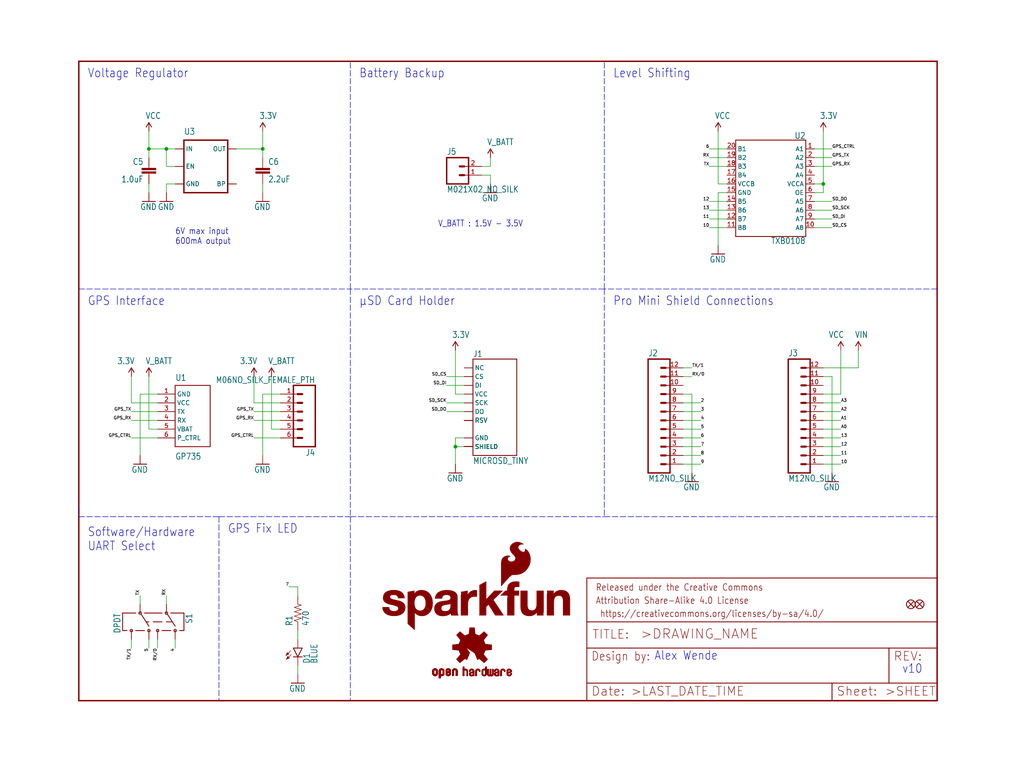
<source format=kicad_sch>
(kicad_sch (version 20211123) (generator eeschema)
  (paper "User" 297.002 223.926)
  (lib_symbols
    (symbol "eagleSchem-eagle-import:1.0UF-25V-+80{slash}-20(0805){dblquote}"
      (property "Reference" "C" (at 1.524 2.921 0))
      (property "Value" "1.0UF-25V-+80{slash}-20(0805){dblquote}" (at 1.524 -2.159 0))
      (symbol "1.0UF-25V-+80{slash}-20(0805){dblquote}_1_0"
        (pin passive line (at 0 5.08 270) (length 2.54) (name "1") (number "1"))
        (pin passive line (at 0 -2.54 90) (length 2.54) (name "2") (number "2"))
      )
    )
    (symbol "eagleSchem-eagle-import:2.2UF-10V-20%(0603)"
      (property "Reference" "C" (at 1.524 2.921 0))
      (property "Value" "2.2UF-10V-20%(0603)" (at 1.524 -2.159 0))
      (symbol "2.2UF-10V-20%(0603)_1_0"
        (pin passive line (at 0 5.08 270) (length 2.54) (name "1") (number "1"))
        (pin passive line (at 0 -2.54 90) (length 2.54) (name "2") (number "2"))
      )
    )
    (symbol "eagleSchem-eagle-import:3.3V" (power)
      (property "Value" "3.3V" (at -1.016 3.556 0))
      (symbol "3.3V_1_0"
        (pin power_in line (at 0 0 90) (length 2.54) (name "3.3V") (number "1"))
      )
    )
    (symbol "eagleSchem-eagle-import:470OHM1{slash}10W1%(0603)"
      (property "Reference" "R" (at -3.81 1.4986 0))
      (property "Value" "470OHM1{slash}10W1%(0603)" (at -3.81 -3.302 0))
      (symbol "470OHM1{slash}10W1%(0603)_1_0"
        (pin passive line (at -5.08 0 0) (length 2.54) (name "1") (number "1"))
        (pin passive line (at 5.08 0 180) (length 2.54) (name "2") (number "2"))
      )
    )
    (symbol "eagleSchem-eagle-import:FIDUCIALUFIDUCIAL")
    (symbol "eagleSchem-eagle-import:FRAME-LETTER"
      (symbol "FRAME-LETTER_2_0"
        (text " https://creativecommons.org/licenses/by-sa/4.0/" (at 2.54 24.13 0) (effects (font (size 1.9304 1.6408)) (justify left bottom)))
        (text ">DRAWING_NAME" (at 15.494 17.78 0) (effects (font (size 2.7432 2.7432)) (justify left bottom)))
        (text ">LAST_DATE_TIME" (at 12.7 1.27 0) (effects (font (size 2.54 2.54)) (justify left bottom)))
        (text ">SHEET" (at 86.36 1.27 0) (effects (font (size 2.54 2.54)) (justify left bottom)))
        (text "Attribution Share-Alike 4.0 License" (at 2.54 27.94 0) (effects (font (size 1.9304 1.6408)) (justify left bottom)))
        (text "Date:" (at 1.27 1.27 0) (effects (font (size 2.54 2.54)) (justify left bottom)))
        (text "Design by:" (at 1.27 11.43 0) (effects (font (size 2.54 2.159)) (justify left bottom)))
        (text "Released under the Creative Commons" (at 2.54 31.75 0) (effects (font (size 1.9304 1.6408)) (justify left bottom)))
        (text "REV:" (at 88.9 11.43 0) (effects (font (size 2.54 2.54)) (justify left bottom)))
        (text "Sheet:" (at 72.39 1.27 0) (effects (font (size 2.54 2.54)) (justify left bottom)))
        (text "TITLE:" (at 1.524 17.78 0) (effects (font (size 2.54 2.54)) (justify left bottom)))
      )
    )
    (symbol "eagleSchem-eagle-import:GND" (power)
      (property "Value" "GND" (at -2.54 -2.54 0))
      (symbol "GND_1_0"
        (pin power_in line (at 0 2.54 270) (length 2.54) (name "GND") (number "1"))
      )
    )
    (symbol "eagleSchem-eagle-import:GP735"
      (property "Reference" "U" (at -7.62 8.89 0))
      (property "Value" "GP735" (at -7.62 -13.97 0))
      (symbol "GP735_1_0"
        (pin bidirectional line (at -12.7 5.08 0) (length 5.08) (name "GND") (number "1"))
        (pin bidirectional line (at -12.7 2.54 0) (length 5.08) (name "VCC") (number "2"))
        (pin bidirectional line (at -12.7 0 0) (length 5.08) (name "TX") (number "3"))
        (pin bidirectional line (at -12.7 -2.54 0) (length 5.08) (name "RX") (number "4"))
        (pin bidirectional line (at -12.7 -5.08 0) (length 5.08) (name "VBAT") (number "5"))
        (pin bidirectional line (at -12.7 -7.62 0) (length 5.08) (name "P_CTRL") (number "6"))
      )
    )
    (symbol "eagleSchem-eagle-import:LED-BLUE0603"
      (property "Reference" "D" (at 3.556 -4.572 90))
      (property "Value" "LED-BLUE0603" (at 5.715 -4.572 90))
      (symbol "LED-BLUE0603_1_0"
        (pin passive line (at 0 2.54 270) (length 2.54) (name "A") (number "A"))
        (pin passive line (at 0 -5.08 90) (length 2.54) (name "C") (number "C"))
      )
    )
    (symbol "eagleSchem-eagle-import:M021X02_NO_SILK"
      (property "Reference" "J" (at -2.54 5.842 0))
      (property "Value" "M021X02_NO_SILK" (at -2.54 -5.08 0))
      (symbol "M021X02_NO_SILK_1_0"
        (pin passive line (at 7.62 0 180) (length 5.08) (name "1") (number "1"))
        (pin passive line (at 7.62 2.54 180) (length 5.08) (name "2") (number "2"))
      )
    )
    (symbol "eagleSchem-eagle-import:M06NO_SILK_FEMALE_PTH"
      (property "Reference" "J" (at -5.08 10.922 0))
      (property "Value" "M06NO_SILK_FEMALE_PTH" (at -5.08 -10.16 0))
      (symbol "M06NO_SILK_FEMALE_PTH_1_0"
        (pin passive line (at 5.08 -5.08 180) (length 5.08) (name "1") (number "1"))
        (pin passive line (at 5.08 -2.54 180) (length 5.08) (name "2") (number "2"))
        (pin passive line (at 5.08 0 180) (length 5.08) (name "3") (number "3"))
        (pin passive line (at 5.08 2.54 180) (length 5.08) (name "4") (number "4"))
        (pin passive line (at 5.08 5.08 180) (length 5.08) (name "5") (number "5"))
        (pin passive line (at 5.08 7.62 180) (length 5.08) (name "6") (number "6"))
      )
    )
    (symbol "eagleSchem-eagle-import:M12NO_SILK"
      (property "Reference" "J" (at 0 16.002 0))
      (property "Value" "M12NO_SILK" (at 0 -20.32 0))
      (symbol "M12NO_SILK_1_0"
        (pin passive line (at 10.16 -15.24 180) (length 5.08) (name "1") (number "1"))
        (pin passive line (at 10.16 7.62 180) (length 5.08) (name "10") (number "10"))
        (pin passive line (at 10.16 10.16 180) (length 5.08) (name "11") (number "11"))
        (pin passive line (at 10.16 12.7 180) (length 5.08) (name "12") (number "12"))
        (pin passive line (at 10.16 -12.7 180) (length 5.08) (name "2") (number "2"))
        (pin passive line (at 10.16 -10.16 180) (length 5.08) (name "3") (number "3"))
        (pin passive line (at 10.16 -7.62 180) (length 5.08) (name "4") (number "4"))
        (pin passive line (at 10.16 -5.08 180) (length 5.08) (name "5") (number "5"))
        (pin passive line (at 10.16 -2.54 180) (length 5.08) (name "6") (number "6"))
        (pin passive line (at 10.16 0 180) (length 5.08) (name "7") (number "7"))
        (pin passive line (at 10.16 2.54 180) (length 5.08) (name "8") (number "8"))
        (pin passive line (at 10.16 5.08 180) (length 5.08) (name "9") (number "9"))
      )
    )
    (symbol "eagleSchem-eagle-import:MICROSD_TINY"
      (property "Reference" "U" (at -2.54 15.748 0))
      (property "Value" "MICROSD_TINY" (at -2.54 -15.24 0))
      (symbol "MICROSD_TINY_1_0"
        (pin bidirectional line (at -5.08 -2.54 0) (length 2.54) (name "RSV") (number "1"))
        (pin bidirectional line (at -5.08 10.16 0) (length 2.54) (name "CS") (number "2"))
        (pin bidirectional line (at -5.08 7.62 0) (length 2.54) (name "DI") (number "3"))
        (pin bidirectional line (at -5.08 5.08 0) (length 2.54) (name "VCC") (number "4"))
        (pin bidirectional line (at -5.08 2.54 0) (length 2.54) (name "SCK") (number "5"))
        (pin bidirectional line (at -5.08 -7.62 0) (length 2.54) (name "GND") (number "6"))
        (pin bidirectional line (at -5.08 0 0) (length 2.54) (name "DO") (number "7"))
        (pin bidirectional line (at -5.08 -2.54 0) (length 2.54) (name "RSV") (number "8"))
        (pin bidirectional line (at -5.08 12.7 0) (length 2.54) (name "NC") (number "9"))
        (pin bidirectional line (at -5.08 -10.16 0) (length 2.54) (name "SHIELD") (number "GND1"))
        (pin bidirectional line (at -5.08 -10.16 0) (length 2.54) (name "SHIELD") (number "GND2"))
        (pin bidirectional line (at -5.08 -10.16 0) (length 2.54) (name "SHIELD") (number "GND3"))
        (pin bidirectional line (at -5.08 -10.16 0) (length 2.54) (name "SHIELD") (number "GND4"))
        (pin bidirectional line (at -5.08 -10.16 0) (length 2.54) (name "SHIELD") (number "GND5"))
        (pin bidirectional line (at -5.08 -10.16 0) (length 2.54) (name "SHIELD") (number "GND6"))
      )
    )
    (symbol "eagleSchem-eagle-import:OSHW-LOGOS")
    (symbol "eagleSchem-eagle-import:SFE_LOGO_FLAME.1_INCH")
    (symbol "eagleSchem-eagle-import:SFE_LOGO_NAME.1_INCH")
    (symbol "eagleSchem-eagle-import:SWITCH-DPDTAYZ0202"
      (property "Reference" "S" (at -2.54 8.128 0))
      (property "Value" "SWITCH-DPDTAYZ0202" (at -2.54 -12.7 0))
      (symbol "SWITCH-DPDTAYZ0202_1_0"
        (pin bidirectional line (at 5.08 5.08 180) (length 2.54) (name "1") (number "1"))
        (pin bidirectional line (at -5.08 2.54 0) (length 2.54) (name "2") (number "2"))
        (pin bidirectional line (at 5.08 0 180) (length 2.54) (name "3") (number "3"))
        (pin bidirectional line (at 5.08 -2.54 180) (length 2.54) (name "4") (number "4"))
        (pin bidirectional line (at -5.08 -5.08 0) (length 2.54) (name "5") (number "5"))
        (pin bidirectional line (at 5.08 -7.62 180) (length 2.54) (name "6") (number "6"))
      )
    )
    (symbol "eagleSchem-eagle-import:TXB0108"
      (property "Reference" "U" (at -10.16 13.97 0))
      (property "Value" "TXB0108" (at -10.16 -16.51 0))
      (symbol "TXB0108_1_0"
        (pin bidirectional line (at -12.7 10.16 0) (length 2.54) (name "A1") (number "1"))
        (pin bidirectional line (at -12.7 -12.7 0) (length 2.54) (name "A8") (number "10"))
        (pin bidirectional line (at 12.7 -12.7 180) (length 2.54) (name "B8") (number "11"))
        (pin bidirectional line (at 12.7 -10.16 180) (length 2.54) (name "B7") (number "12"))
        (pin bidirectional line (at 12.7 -7.62 180) (length 2.54) (name "B6") (number "13"))
        (pin bidirectional line (at 12.7 -5.08 180) (length 2.54) (name "B5") (number "14"))
        (pin bidirectional line (at 12.7 -2.54 180) (length 2.54) (name "GND") (number "15"))
        (pin bidirectional line (at 12.7 0 180) (length 2.54) (name "VCCB") (number "16"))
        (pin bidirectional line (at 12.7 2.54 180) (length 2.54) (name "B4") (number "17"))
        (pin bidirectional line (at 12.7 5.08 180) (length 2.54) (name "B3") (number "18"))
        (pin bidirectional line (at 12.7 7.62 180) (length 2.54) (name "B2") (number "19"))
        (pin bidirectional line (at -12.7 7.62 0) (length 2.54) (name "A2") (number "2"))
        (pin bidirectional line (at 12.7 10.16 180) (length 2.54) (name "B1") (number "20"))
        (pin bidirectional line (at -12.7 5.08 0) (length 2.54) (name "A3") (number "3"))
        (pin bidirectional line (at -12.7 2.54 0) (length 2.54) (name "A4") (number "4"))
        (pin bidirectional line (at -12.7 0 0) (length 2.54) (name "VCCA") (number "5"))
        (pin bidirectional line (at -12.7 -2.54 0) (length 2.54) (name "OE") (number "6"))
        (pin bidirectional line (at -12.7 -5.08 0) (length 2.54) (name "A5") (number "7"))
        (pin bidirectional line (at -12.7 -7.62 0) (length 2.54) (name "A6") (number "8"))
        (pin bidirectional line (at -12.7 -10.16 0) (length 2.54) (name "A7") (number "9"))
      )
    )
    (symbol "eagleSchem-eagle-import:VCC" (power)
      (property "Value" "VCC" (at -1.016 3.556 0))
      (symbol "VCC_1_0"
        (pin power_in line (at 0 0 90) (length 2.54) (name "VCC") (number "1"))
      )
    )
    (symbol "eagleSchem-eagle-import:VIN" (power)
      (property "Value" "VIN" (at -1.016 3.556 0))
      (symbol "VIN_1_0"
        (pin power_in line (at 0 0 90) (length 2.54) (name "VIN") (number "1"))
      )
    )
    (symbol "eagleSchem-eagle-import:V_BATT" (power)
      (property "Value" "V_BATT" (at -1.016 3.556 0))
      (symbol "V_BATT_1_0"
        (pin power_in line (at 0 0 90) (length 2.54) (name "V_BATT") (number "1"))
      )
    )
    (symbol "eagleSchem-eagle-import:V_REG_LDOSMD"
      (property "Reference" "U" (at -7.62 9.144 0))
      (property "Value" "V_REG_LDOSMD" (at -7.62 -11.43 0))
      (symbol "V_REG_LDOSMD_1_0"
        (pin input line (at -10.16 5.08 0) (length 2.54) (name "IN") (number "1"))
        (pin input line (at -10.16 -5.08 0) (length 2.54) (name "GND") (number "2"))
        (pin input line (at -10.16 0 0) (length 2.54) (name "EN") (number "3"))
        (pin input line (at 7.62 -5.08 180) (length 2.54) (name "BP") (number "4"))
        (pin passive line (at 7.62 5.08 180) (length 2.54) (name "OUT") (number "5"))
      )
    )
  )
  (junction (at 132.08 129.54))
  (junction (at 43.18 43.18))
  (junction (at 48.26 43.18))
  (junction (at 76.2 43.18))
  (junction (at 238.76 53.34))
  (wire (pts (xy 134.62 109.22) (xy 129.54 109.22)))
  (wire (pts (xy 238.76 53.34) (xy 238.76 38.1)))
  (wire (pts (xy 210.82 55.88) (xy 208.28 55.88)))
  (wire (pts (xy 238.76 106.68) (xy 248.92 106.68)))
  (wire (pts (xy 139.7 50.8) (xy 142.24 50.8)))
  (wire (pts (xy 236.22 45.72) (xy 241.3 45.72)))
  (wire (pts (xy 43.18 53.34) (xy 43.18 55.88)))
  (wire (pts (xy 198.12 116.84) (xy 203.2 116.84)))
  (polyline (pts (xy 175.26 149.86) (xy 271.78 149.86)))
  (wire (pts (xy 198.12 127) (xy 203.2 127)))
  (polyline (pts (xy 101.6 149.86) (xy 175.26 149.86)))
  (polyline (pts (xy 63.5 149.86) (xy 101.6 149.86)))
  (wire (pts (xy 45.72 185.42) (xy 45.72 187.96)))
  (wire (pts (xy 43.18 38.1) (xy 43.18 43.18)))
  (wire (pts (xy 132.08 114.3) (xy 132.08 101.6)))
  (wire (pts (xy 134.62 111.76) (xy 129.54 111.76)))
  (wire (pts (xy 238.76 114.3) (xy 243.84 114.3)))
  (wire (pts (xy 210.82 45.72) (xy 205.74 45.72)))
  (wire (pts (xy 86.36 182.88) (xy 86.36 185.42)))
  (wire (pts (xy 236.22 48.26) (xy 241.3 48.26)))
  (wire (pts (xy 236.22 43.18) (xy 241.3 43.18)))
  (wire (pts (xy 134.62 119.38) (xy 129.54 119.38)))
  (wire (pts (xy 210.82 60.96) (xy 205.74 60.96)))
  (wire (pts (xy 236.22 60.96) (xy 241.3 60.96)))
  (wire (pts (xy 210.82 43.18) (xy 205.74 43.18)))
  (wire (pts (xy 236.22 66.04) (xy 241.3 66.04)))
  (wire (pts (xy 210.82 58.42) (xy 205.74 58.42)))
  (wire (pts (xy 45.72 124.46) (xy 43.18 124.46)))
  (wire (pts (xy 43.18 124.46) (xy 43.18 109.22)))
  (wire (pts (xy 238.76 134.62) (xy 243.84 134.62)))
  (wire (pts (xy 198.12 106.68) (xy 200.66 106.68)))
  (polyline (pts (xy 271.78 83.82) (xy 175.26 83.82)))
  (wire (pts (xy 48.26 53.34) (xy 48.26 55.88)))
  (wire (pts (xy 198.12 129.54) (xy 203.2 129.54)))
  (wire (pts (xy 198.12 124.46) (xy 203.2 124.46)))
  (polyline (pts (xy 101.6 83.82) (xy 101.6 149.86)))
  (wire (pts (xy 208.28 55.88) (xy 208.28 71.12)))
  (polyline (pts (xy 175.26 83.82) (xy 101.6 83.82)))
  (wire (pts (xy 139.7 48.26) (xy 142.24 48.26)))
  (polyline (pts (xy 22.86 149.86) (xy 63.5 149.86)))
  (wire (pts (xy 210.82 63.5) (xy 205.74 63.5)))
  (wire (pts (xy 45.72 121.92) (xy 38.1 121.92)))
  (wire (pts (xy 238.76 127) (xy 243.84 127)))
  (polyline (pts (xy 22.86 83.82) (xy 101.6 83.82)))
  (polyline (pts (xy 175.26 83.82) (xy 175.26 17.78)))
  (wire (pts (xy 248.92 106.68) (xy 248.92 101.6)))
  (wire (pts (xy 45.72 116.84) (xy 38.1 116.84)))
  (wire (pts (xy 208.28 53.34) (xy 208.28 38.1)))
  (wire (pts (xy 45.72 119.38) (xy 38.1 119.38)))
  (wire (pts (xy 81.28 119.38) (xy 73.66 119.38)))
  (wire (pts (xy 50.8 185.42) (xy 50.8 187.96)))
  (wire (pts (xy 198.12 114.3) (xy 200.66 114.3)))
  (wire (pts (xy 238.76 55.88) (xy 238.76 53.34)))
  (polyline (pts (xy 101.6 149.86) (xy 101.6 203.2)))
  (polyline (pts (xy 101.6 83.82) (xy 101.6 17.78)))
  (wire (pts (xy 238.76 121.92) (xy 243.84 121.92)))
  (wire (pts (xy 198.12 119.38) (xy 203.2 119.38)))
  (wire (pts (xy 210.82 66.04) (xy 205.74 66.04)))
  (wire (pts (xy 76.2 114.3) (xy 76.2 132.08)))
  (wire (pts (xy 43.18 43.18) (xy 43.18 45.72)))
  (wire (pts (xy 81.28 121.92) (xy 73.66 121.92)))
  (wire (pts (xy 236.22 53.34) (xy 238.76 53.34)))
  (wire (pts (xy 236.22 58.42) (xy 241.3 58.42)))
  (wire (pts (xy 236.22 55.88) (xy 238.76 55.88)))
  (wire (pts (xy 76.2 38.1) (xy 76.2 43.18)))
  (wire (pts (xy 86.36 193.04) (xy 86.36 195.58)))
  (wire (pts (xy 76.2 43.18) (xy 76.2 45.72)))
  (wire (pts (xy 134.62 114.3) (xy 132.08 114.3)))
  (wire (pts (xy 142.24 48.26) (xy 142.24 45.72)))
  (wire (pts (xy 68.58 43.18) (xy 76.2 43.18)))
  (wire (pts (xy 238.76 116.84) (xy 243.84 116.84)))
  (wire (pts (xy 134.62 116.84) (xy 129.54 116.84)))
  (wire (pts (xy 45.72 127) (xy 38.1 127)))
  (wire (pts (xy 134.62 127) (xy 132.08 127)))
  (wire (pts (xy 132.08 129.54) (xy 132.08 134.62)))
  (wire (pts (xy 45.72 114.3) (xy 40.64 114.3)))
  (wire (pts (xy 243.84 114.3) (xy 243.84 101.6)))
  (wire (pts (xy 38.1 116.84) (xy 38.1 109.22)))
  (wire (pts (xy 50.8 53.34) (xy 48.26 53.34)))
  (wire (pts (xy 50.8 48.26) (xy 48.26 48.26)))
  (wire (pts (xy 40.64 175.26) (xy 40.64 172.72)))
  (wire (pts (xy 198.12 121.92) (xy 203.2 121.92)))
  (wire (pts (xy 241.3 109.22) (xy 241.3 137.16)))
  (wire (pts (xy 238.76 129.54) (xy 243.84 129.54)))
  (wire (pts (xy 81.28 124.46) (xy 78.74 124.46)))
  (wire (pts (xy 132.08 127) (xy 132.08 129.54)))
  (wire (pts (xy 78.74 124.46) (xy 78.74 109.22)))
  (wire (pts (xy 210.82 48.26) (xy 205.74 48.26)))
  (wire (pts (xy 43.18 185.42) (xy 43.18 187.96)))
  (wire (pts (xy 142.24 50.8) (xy 142.24 53.34)))
  (wire (pts (xy 198.12 134.62) (xy 203.2 134.62)))
  (wire (pts (xy 238.76 119.38) (xy 243.84 119.38)))
  (wire (pts (xy 76.2 55.88) (xy 76.2 53.34)))
  (polyline (pts (xy 22.86 147.32) (xy 22.86 149.86)))
  (wire (pts (xy 38.1 185.42) (xy 38.1 187.96)))
  (wire (pts (xy 81.28 114.3) (xy 76.2 114.3)))
  (wire (pts (xy 198.12 109.22) (xy 200.66 109.22)))
  (wire (pts (xy 48.26 48.26) (xy 48.26 43.18)))
  (wire (pts (xy 134.62 129.54) (xy 132.08 129.54)))
  (wire (pts (xy 73.66 116.84) (xy 73.66 109.22)))
  (wire (pts (xy 81.28 127) (xy 73.66 127)))
  (wire (pts (xy 198.12 132.08) (xy 203.2 132.08)))
  (wire (pts (xy 48.26 175.26) (xy 48.26 172.72)))
  (wire (pts (xy 238.76 109.22) (xy 241.3 109.22)))
  (wire (pts (xy 48.26 43.18) (xy 43.18 43.18)))
  (wire (pts (xy 81.28 116.84) (xy 73.66 116.84)))
  (polyline (pts (xy 63.5 149.86) (xy 63.5 203.2)))
  (wire (pts (xy 210.82 53.34) (xy 208.28 53.34)))
  (wire (pts (xy 86.36 170.18) (xy 83.82 170.18)))
  (wire (pts (xy 40.64 114.3) (xy 40.64 132.08)))
  (polyline (pts (xy 175.26 83.82) (xy 175.26 149.86)))
  (wire (pts (xy 86.36 172.72) (xy 86.36 170.18)))
  (wire (pts (xy 200.66 114.3) (xy 200.66 137.16)))
  (wire (pts (xy 238.76 124.46) (xy 243.84 124.46)))
  (wire (pts (xy 236.22 63.5) (xy 241.3 63.5)))
  (wire (pts (xy 50.8 43.18) (xy 48.26 43.18)))
  (wire (pts (xy 238.76 132.08) (xy 243.84 132.08)))
  (text "Alex Wende" (at 189.738 191.77 180) (effects (font (size 2.54 2.159)) (justify left bottom)))
  (text "GPS Fix LED" (at 66.04 154.94 180) (effects (font (size 2.54 2.159)) (justify left bottom)))
  (text "Pro Mini Shield Connections" (at 177.8 88.9 180) (effects (font (size 2.54 2.159)) (justify left bottom)))
  (text "GPS Interface" (at 25.4 88.9 180) (effects (font (size 2.54 2.159)) (justify left bottom)))
  (text "Voltage Regulator" (at 25.4 22.86 180) (effects (font (size 2.54 2.159)) (justify left bottom)))
  (text "Level Shifting" (at 177.8 22.86 180) (effects (font (size 2.54 2.159)) (justify left bottom)))
  (text "6V max input\n600mA output" (at 50.8 71.12 180) (effects (font (size 1.778 1.5113)) (justify left bottom)))
  (text "V_BATT : 1.5V - 3.5V" (at 127 66.04 180) (effects (font (size 1.778 1.5113)) (justify left bottom)))
  (text "v10" (at 261.62 195.58 180) (effects (font (size 2.54 2.159)) (justify left bottom)))
  (text "μSD Card Holder" (at 104.14 88.9 180) (effects (font (size 2.54 2.159)) (justify left bottom)))
  (text "Software/Hardware\nUART Select" (at 25.4 160.02 180) (effects (font (size 2.54 2.159)) (justify left bottom)))
  (text "Battery Backup" (at 104.14 22.86 180) (effects (font (size 2.54 2.159)) (justify left bottom)))
  (label "7" (at 83.82 170.18 180) (effects (font (size 0.889 0.889))))
  (label "SD_SCK" (at 129.54 116.84 180) (effects (font (size 0.889 0.889))))
  (label "A1" (at 243.84 121.92 0) (effects (font (size 0.889 0.889))))
  (label "TX" (at 40.64 172.72 90) (effects (font (size 0.889 0.889))))
  (label "12" (at 205.74 58.42 180) (effects (font (size 0.889 0.889))))
  (label "6" (at 203.2 127 0) (effects (font (size 0.889 0.889))))
  (label "8" (at 203.2 132.08 0) (effects (font (size 0.889 0.889))))
  (label "10" (at 243.84 134.62 0) (effects (font (size 0.889 0.889))))
  (label "7" (at 203.2 129.54 0) (effects (font (size 0.889 0.889))))
  (label "5" (at 203.2 124.46 0) (effects (font (size 0.889 0.889))))
  (label "4" (at 203.2 121.92 0) (effects (font (size 0.889 0.889))))
  (label "11" (at 243.84 132.08 0) (effects (font (size 0.889 0.889))))
  (label "10" (at 205.74 66.04 180) (effects (font (size 0.889 0.889))))
  (label "SD_CS" (at 129.54 109.22 180) (effects (font (size 0.889 0.889))))
  (label "GPS_CTRL" (at 38.1 127 180) (effects (font (size 0.889 0.889))))
  (label "GPS_CTRL" (at 241.3 43.18 0) (effects (font (size 0.889 0.889))))
  (label "SD_DI" (at 241.3 63.5 0) (effects (font (size 0.889 0.889))))
  (label "SD_DI" (at 129.54 111.76 180) (effects (font (size 0.889 0.889))))
  (label "GPS_RX" (at 38.1 121.92 180) (effects (font (size 0.889 0.889))))
  (label "9" (at 203.2 134.62 0) (effects (font (size 0.889 0.889))))
  (label "11" (at 205.74 63.5 180) (effects (font (size 0.889 0.889))))
  (label "RX" (at 48.26 172.72 90) (effects (font (size 0.889 0.889))))
  (label "12" (at 243.84 129.54 0) (effects (font (size 0.889 0.889))))
  (label "2" (at 203.2 116.84 0) (effects (font (size 0.889 0.889))))
  (label "A3" (at 243.84 116.84 0) (effects (font (size 0.889 0.889))))
  (label "13" (at 205.74 60.96 180) (effects (font (size 0.889 0.889))))
  (label "TX" (at 205.74 48.26 180) (effects (font (size 0.889 0.889))))
  (label "SD_CS" (at 241.3 66.04 0) (effects (font (size 0.889 0.889))))
  (label "TX/1" (at 38.1 187.96 270) (effects (font (size 0.889 0.889))))
  (label "GPS_RX" (at 73.66 121.92 180) (effects (font (size 0.889 0.889))))
  (label "6" (at 205.74 43.18 180) (effects (font (size 0.889 0.889))))
  (label "3" (at 203.2 119.38 0) (effects (font (size 0.889 0.889))))
  (label "5" (at 43.18 187.96 270) (effects (font (size 0.889 0.889))))
  (label "4" (at 50.8 187.96 270) (effects (font (size 0.889 0.889))))
  (label "RX" (at 205.74 45.72 180) (effects (font (size 0.889 0.889))))
  (label "RX/0" (at 200.66 109.22 0) (effects (font (size 0.889 0.889))))
  (label "GPS_TX" (at 73.66 119.38 180) (effects (font (size 0.889 0.889))))
  (label "RX/0" (at 45.72 187.96 270) (effects (font (size 0.889 0.889))))
  (label "TX/1" (at 200.66 106.68 0) (effects (font (size 0.889 0.889))))
  (label "A2" (at 243.84 119.38 0) (effects (font (size 0.889 0.889))))
  (label "13" (at 243.84 127 0) (effects (font (size 0.889 0.889))))
  (label "GPS_TX" (at 241.3 45.72 0) (effects (font (size 0.889 0.889))))
  (label "SD_SCK" (at 241.3 60.96 0) (effects (font (size 0.889 0.889))))
  (label "A0" (at 243.84 124.46 0) (effects (font (size 0.889 0.889))))
  (label "GPS_RX" (at 241.3 48.26 0) (effects (font (size 0.889 0.889))))
  (label "GPS_CTRL" (at 73.66 127 180) (effects (font (size 0.889 0.889))))
  (label "SD_DO" (at 241.3 58.42 0) (effects (font (size 0.889 0.889))))
  (label "GPS_TX" (at 38.1 119.38 180) (effects (font (size 0.889 0.889))))
  (label "SD_DO" (at 129.54 119.38 180) (effects (font (size 0.889 0.889))))
  (symbol (lib_id "eagleSchem-eagle-import:VCC") (at 243.84 101.6 0) (mirror y) (unit 1)
    (property "Reference" "#SUPPLY6" (effects hide))
    (property "Value" "VCC" (at 244.856 98.044 0) (effects (font (size 1.778 1.5113)) (justify left bottom)))
    (property "Footprint" "eagleSchem:" (effects hide))
  )
  (symbol (lib_id "eagleSchem-eagle-import:V_REG_LDOSMD") (at 60.96 48.26 0) (unit 1)
    (property "Reference" "U3" (at 53.34 39.116 0) (effects (font (size 1.778 1.5113)) (justify left bottom)))
    (property "Value" "AP2112K-3.3V" (at 53.34 59.69 0) (effects (font (size 1.778 1.5113)) (justify left bottom)))
    (property "Footprint" "eagleSchem:SOT23-5" (effects hide))
    (property "Value" "AP2112K-3.3V" (effects hide))
  )
  (symbol (lib_id "eagleSchem-eagle-import:GND") (at 48.26 58.42 0) (unit 1)
    (property "Reference" "#GND15" (effects hide))
    (property "Value" "GND" (at 45.72 60.96 0) (effects (font (size 1.778 1.5113)) (justify left bottom)))
    (property "Footprint" "eagleSchem:" (effects hide))
  )
  (symbol (lib_id "eagleSchem-eagle-import:FRAME-LETTER") (at 170.18 203.2 0) (unit 2)
    (property "Reference" "FRAME1" (effects hide))
    (property "Value" "FRAME-LETTER" (effects hide))
    (property "Footprint" "eagleSchem:CREATIVE_COMMONS" (effects hide))
  )
  (symbol (lib_id "eagleSchem-eagle-import:GND") (at 76.2 58.42 0) (unit 1)
    (property "Reference" "#GND21" (effects hide))
    (property "Value" "GND" (at 73.66 60.96 0) (effects (font (size 1.778 1.5113)) (justify left bottom)))
    (property "Footprint" "eagleSchem:" (effects hide))
  )
  (symbol (lib_id "eagleSchem-eagle-import:3.3V") (at 132.08 101.6 0) (unit 1)
    (property "Reference" "#SUPPLY2" (effects hide))
    (property "Value" "3.3V" (at 131.064 98.044 0) (effects (font (size 1.778 1.5113)) (justify left bottom)))
    (property "Footprint" "eagleSchem:" (effects hide))
  )
  (symbol (lib_id "eagleSchem-eagle-import:2.2UF-10V-20%(0603)") (at 76.2 50.8 0) (unit 1)
    (property "Reference" "C6" (at 77.724 47.879 0) (effects (font (size 1.778 1.5113)) (justify left bottom)))
    (property "Value" "2.2uF" (at 77.724 52.959 0) (effects (font (size 1.778 1.5113)) (justify left bottom)))
    (property "Footprint" "eagleSchem:0603-CAP" (effects hide))
  )
  (symbol (lib_id "eagleSchem-eagle-import:FIDUCIALUFIDUCIAL") (at 264.16 175.26 0) (unit 1)
    (property "Reference" "FD1" (effects hide))
    (property "Value" "FIDUCIALUFIDUCIAL" (effects hide))
    (property "Footprint" "eagleSchem:MICRO-FIDUCIAL" (effects hide))
  )
  (symbol (lib_id "eagleSchem-eagle-import:GP735") (at 58.42 119.38 0) (unit 1)
    (property "Reference" "U1" (at 50.8 110.49 0) (effects (font (size 1.778 1.5113)) (justify left bottom)))
    (property "Value" "GP735" (at 50.8 133.35 0) (effects (font (size 1.778 1.5113)) (justify left bottom)))
    (property "Footprint" "eagleSchem:GP735" (effects hide))
  )
  (symbol (lib_id "eagleSchem-eagle-import:GND") (at 241.3 139.7 0) (unit 1)
    (property "Reference" "#GND7" (effects hide))
    (property "Value" "GND" (at 238.76 142.24 0) (effects (font (size 1.778 1.5113)) (justify left bottom)))
    (property "Footprint" "eagleSchem:" (effects hide))
  )
  (symbol (lib_id "eagleSchem-eagle-import:GND") (at 43.18 58.42 0) (unit 1)
    (property "Reference" "#GND14" (effects hide))
    (property "Value" "GND" (at 40.64 60.96 0) (effects (font (size 1.778 1.5113)) (justify left bottom)))
    (property "Footprint" "eagleSchem:" (effects hide))
  )
  (symbol (lib_id "eagleSchem-eagle-import:GND") (at 132.08 137.16 0) (unit 1)
    (property "Reference" "#GND1" (effects hide))
    (property "Value" "GND" (at 129.54 139.7 0) (effects (font (size 1.778 1.5113)) (justify left bottom)))
    (property "Footprint" "eagleSchem:" (effects hide))
  )
  (symbol (lib_id "eagleSchem-eagle-import:V_BATT") (at 142.24 45.72 0) (unit 1)
    (property "Reference" "#SUPPLY1" (effects hide))
    (property "Value" "V_BATT" (at 141.224 42.164 0) (effects (font (size 1.778 1.5113)) (justify left bottom)))
    (property "Footprint" "eagleSchem:" (effects hide))
  )
  (symbol (lib_id "eagleSchem-eagle-import:GND") (at 86.36 198.12 0) (unit 1)
    (property "Reference" "#GND5" (effects hide))
    (property "Value" "GND" (at 83.82 200.66 0) (effects (font (size 1.778 1.5113)) (justify left bottom)))
    (property "Footprint" "eagleSchem:" (effects hide))
  )
  (symbol (lib_id "eagleSchem-eagle-import:V_BATT") (at 78.74 109.22 0) (unit 1)
    (property "Reference" "#SUPPLY12" (effects hide))
    (property "Value" "V_BATT" (at 77.724 105.664 0) (effects (font (size 1.778 1.5113)) (justify left bottom)))
    (property "Footprint" "eagleSchem:" (effects hide))
  )
  (symbol (lib_id "eagleSchem-eagle-import:GND") (at 208.28 73.66 0) (unit 1)
    (property "Reference" "#GND6" (effects hide))
    (property "Value" "GND" (at 205.74 76.2 0) (effects (font (size 1.778 1.5113)) (justify left bottom)))
    (property "Footprint" "eagleSchem:" (effects hide))
  )
  (symbol (lib_id "eagleSchem-eagle-import:TXB0108") (at 223.52 53.34 0) (mirror y) (unit 1)
    (property "Reference" "U2" (at 233.68 39.37 0) (effects (font (size 1.778 1.5113)) (justify left)))
    (property "Value" "TXB0108" (at 233.68 69.85 0) (effects (font (size 1.778 1.5113)) (justify left)))
    (property "Footprint" "eagleSchem:UFDFN-20" (effects hide))
  )
  (symbol (lib_id "eagleSchem-eagle-import:V_BATT") (at 43.18 109.22 0) (unit 1)
    (property "Reference" "#SUPPLY8" (effects hide))
    (property "Value" "V_BATT" (at 42.164 105.664 0) (effects (font (size 1.778 1.5113)) (justify left bottom)))
    (property "Footprint" "eagleSchem:" (effects hide))
  )
  (symbol (lib_id "eagleSchem-eagle-import:GND") (at 200.66 139.7 0) (unit 1)
    (property "Reference" "#GND8" (effects hide))
    (property "Value" "GND" (at 198.12 142.24 0) (effects (font (size 1.778 1.5113)) (justify left bottom)))
    (property "Footprint" "eagleSchem:" (effects hide))
  )
  (symbol (lib_id "eagleSchem-eagle-import:M12NO_SILK") (at 228.6 119.38 0) (unit 1)
    (property "Reference" "J3" (at 228.6 103.378 0) (effects (font (size 1.778 1.5113)) (justify left bottom)))
    (property "Value" "M12NO_SILK" (at 228.6 139.7 0) (effects (font (size 1.778 1.5113)) (justify left bottom)))
    (property "Footprint" "eagleSchem:1X12_NO_SILK" (effects hide))
  )
  (symbol (lib_id "eagleSchem-eagle-import:VIN") (at 248.92 101.6 0) (unit 1)
    (property "Reference" "#SUPPLY11" (effects hide))
    (property "Value" "VIN" (at 247.904 98.044 0) (effects (font (size 1.778 1.5113)) (justify left bottom)))
    (property "Footprint" "eagleSchem:" (effects hide))
  )
  (symbol (lib_id "eagleSchem-eagle-import:1.0UF-25V-+80{slash}-20(0805){dblquote}") (at 43.18 50.8 0) (mirror y) (unit 1)
    (property "Reference" "C5" (at 41.656 47.879 0) (effects (font (size 1.778 1.5113)) (justify left bottom)))
    (property "Value" "1.0uF" (at 41.656 52.959 0) (effects (font (size 1.778 1.5113)) (justify left bottom)))
    (property "Footprint" "eagleSchem:0805-CAP" (effects hide))
  )
  (symbol (lib_id "eagleSchem-eagle-import:3.3V") (at 38.1 109.22 0) (mirror y) (unit 1)
    (property "Reference" "#SUPPLY3" (effects hide))
    (property "Value" "3.3V" (at 39.116 105.664 0) (effects (font (size 1.778 1.5113)) (justify left bottom)))
    (property "Footprint" "eagleSchem:" (effects hide))
  )
  (symbol (lib_id "eagleSchem-eagle-import:GND") (at 142.24 55.88 0) (unit 1)
    (property "Reference" "#GND2" (effects hide))
    (property "Value" "GND" (at 139.7 58.42 0) (effects (font (size 1.778 1.5113)) (justify left bottom)))
    (property "Footprint" "eagleSchem:" (effects hide))
  )
  (symbol (lib_id "eagleSchem-eagle-import:M12NO_SILK") (at 187.96 119.38 0) (unit 1)
    (property "Reference" "J2" (at 187.96 103.378 0) (effects (font (size 1.778 1.5113)) (justify left bottom)))
    (property "Value" "M12NO_SILK" (at 187.96 139.7 0) (effects (font (size 1.778 1.5113)) (justify left bottom)))
    (property "Footprint" "eagleSchem:1X12_NO_SILK" (effects hide))
  )
  (symbol (lib_id "eagleSchem-eagle-import:GND") (at 40.64 134.62 0) (unit 1)
    (property "Reference" "#GND3" (effects hide))
    (property "Value" "GND" (at 38.1 137.16 0) (effects (font (size 1.778 1.5113)) (justify left bottom)))
    (property "Footprint" "eagleSchem:" (effects hide))
  )
  (symbol (lib_id "eagleSchem-eagle-import:3.3V") (at 73.66 109.22 0) (mirror y) (unit 1)
    (property "Reference" "#SUPPLY4" (effects hide))
    (property "Value" "3.3V" (at 74.676 105.664 0) (effects (font (size 1.778 1.5113)) (justify left bottom)))
    (property "Footprint" "eagleSchem:" (effects hide))
  )
  (symbol (lib_id "eagleSchem-eagle-import:SFE_LOGO_NAME.1_INCH") (at 108.966 182.626 0) (unit 1)
    (property "Reference" "LOGO4" (effects hide))
    (property "Value" "SFE_LOGO_NAME.1_INCH" (effects hide))
    (property "Footprint" "eagleSchem:SFE_LOGO_NAME_.1" (effects hide))
  )
  (symbol (lib_id "eagleSchem-eagle-import:VCC") (at 43.18 38.1 0) (unit 1)
    (property "Reference" "#SUPPLY13" (effects hide))
    (property "Value" "VCC" (at 42.164 34.544 0) (effects (font (size 1.778 1.5113)) (justify left bottom)))
    (property "Footprint" "eagleSchem:" (effects hide))
  )
  (symbol (lib_id "eagleSchem-eagle-import:OSHW-LOGOS") (at 136.906 187.706 0) (unit 1)
    (property "Reference" "LOGO1" (effects hide))
    (property "Value" "OSHW-LOGOS" (effects hide))
    (property "Footprint" "eagleSchem:OSHW-LOGO-S" (effects hide))
  )
  (symbol (lib_id "eagleSchem-eagle-import:GND") (at 76.2 134.62 0) (unit 1)
    (property "Reference" "#GND4" (effects hide))
    (property "Value" "GND" (at 73.66 137.16 0) (effects (font (size 1.778 1.5113)) (justify left bottom)))
    (property "Footprint" "eagleSchem:" (effects hide))
  )
  (symbol (lib_id "eagleSchem-eagle-import:SFE_LOGO_FLAME.1_INCH") (at 145.034 170.434 0) (unit 1)
    (property "Reference" "LOGO3" (effects hide))
    (property "Value" "SFE_LOGO_FLAME.1_INCH" (effects hide))
    (property "Footprint" "eagleSchem:SFE_LOGO_FLAME_.1" (effects hide))
  )
  (symbol (lib_id "eagleSchem-eagle-import:M06NO_SILK_FEMALE_PTH") (at 86.36 119.38 180) (unit 1)
    (property "Reference" "J4" (at 91.44 130.302 0) (effects (font (size 1.778 1.5113)) (justify left bottom)))
    (property "Value" "M06NO_SILK_FEMALE_PTH" (at 91.44 109.22 0) (effects (font (size 1.778 1.5113)) (justify left bottom)))
    (property "Footprint" "eagleSchem:1X06_NO_SILK" (effects hide))
  )
  (symbol (lib_id "eagleSchem-eagle-import:LED-BLUE0603") (at 86.36 187.96 0) (unit 1)
    (property "Reference" "D1" (at 89.916 192.532 90) (effects (font (size 1.778 1.5113)) (justify left bottom)))
    (property "Value" "BLUE" (at 92.075 192.532 90) (effects (font (size 1.778 1.5113)) (justify left bottom)))
    (property "Footprint" "eagleSchem:LED-0603" (effects hide))
  )
  (symbol (lib_id "eagleSchem-eagle-import:FIDUCIALUFIDUCIAL") (at 266.7 175.26 0) (unit 1)
    (property "Reference" "FD2" (effects hide))
    (property "Value" "FIDUCIALUFIDUCIAL" (effects hide))
    (property "Footprint" "eagleSchem:MICRO-FIDUCIAL" (effects hide))
  )
  (symbol (lib_id "eagleSchem-eagle-import:SWITCH-DPDTAYZ0202") (at 45.72 180.34 270) (unit 1)
    (property "Reference" "S1" (at 53.848 177.8 0) (effects (font (size 1.778 1.5113)) (justify left bottom)))
    (property "Value" "DPDT" (at 33.02 177.8 0) (effects (font (size 1.778 1.5113)) (justify left bottom)))
    (property "Footprint" "eagleSchem:AYZ0202" (effects hide))
  )
  (symbol (lib_id "eagleSchem-eagle-import:FRAME-LETTER") (at 22.86 203.2 0) (unit 1)
    (property "Reference" "FRAME1" (effects hide))
    (property "Value" "FRAME-LETTER" (effects hide))
    (property "Footprint" "eagleSchem:CREATIVE_COMMONS" (effects hide))
  )
  (symbol (lib_id "eagleSchem-eagle-import:M021X02_NO_SILK") (at 132.08 50.8 0) (unit 1)
    (property "Reference" "J5" (at 129.54 44.958 0) (effects (font (size 1.778 1.5113)) (justify left bottom)))
    (property "Value" "M021X02_NO_SILK" (at 129.54 55.88 0) (effects (font (size 1.778 1.5113)) (justify left bottom)))
    (property "Footprint" "eagleSchem:1X02_NO_SILK" (effects hide))
  )
  (symbol (lib_id "eagleSchem-eagle-import:3.3V") (at 76.2 38.1 0) (unit 1)
    (property "Reference" "#SUPPLY9" (effects hide))
    (property "Value" "3.3V" (at 75.184 34.544 0) (effects (font (size 1.778 1.5113)) (justify left bottom)))
    (property "Footprint" "eagleSchem:" (effects hide))
  )
  (symbol (lib_id "eagleSchem-eagle-import:3.3V") (at 238.76 38.1 0) (unit 1)
    (property "Reference" "#SUPPLY7" (effects hide))
    (property "Value" "3.3V" (at 237.744 34.544 0) (effects (font (size 1.778 1.5113)) (justify left bottom)))
    (property "Footprint" "eagleSchem:" (effects hide))
  )
  (symbol (lib_id "eagleSchem-eagle-import:VCC") (at 208.28 38.1 0) (unit 1)
    (property "Reference" "#SUPPLY5" (effects hide))
    (property "Value" "VCC" (at 207.264 34.544 0) (effects (font (size 1.778 1.5113)) (justify left bottom)))
    (property "Footprint" "eagleSchem:" (effects hide))
  )
  (symbol (lib_id "eagleSchem-eagle-import:MICROSD_TINY") (at 139.7 119.38 0) (unit 1)
    (property "Reference" "J1" (at 137.16 103.632 0) (effects (font (size 1.778 1.5113)) (justify left bottom)))
    (property "Value" "MICROSD_TINY" (at 137.16 134.62 0) (effects (font (size 1.778 1.5113)) (justify left bottom)))
    (property "Footprint" "eagleSchem:MICROSD_TINY" (effects hide))
  )
  (symbol (lib_id "eagleSchem-eagle-import:470OHM1{slash}10W1%(0603)") (at 86.36 177.8 90) (unit 1)
    (property "Reference" "R1" (at 84.8614 181.61 0) (effects (font (size 1.778 1.5113)) (justify left bottom)))
    (property "Value" "470" (at 89.662 181.61 0) (effects (font (size 1.778 1.5113)) (justify left bottom)))
    (property "Footprint" "eagleSchem:0603-RES" (effects hide))
  )
)
</source>
